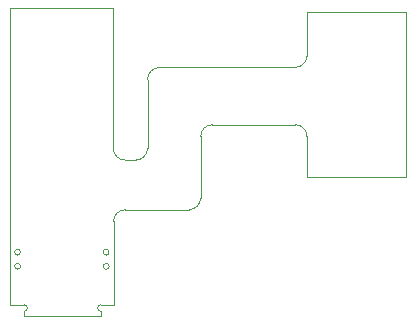
<source format=gm1>
G04 #@! TF.GenerationSoftware,KiCad,Pcbnew,9.0.1*
G04 #@! TF.CreationDate,2025-05-15T23:31:47+02:00*
G04 #@! TF.ProjectId,short flex with bend,73686f72-7420-4666-9c65-782077697468,rev?*
G04 #@! TF.SameCoordinates,Original*
G04 #@! TF.FileFunction,Profile,NP*
%FSLAX46Y46*%
G04 Gerber Fmt 4.6, Leading zero omitted, Abs format (unit mm)*
G04 Created by KiCad (PCBNEW 9.0.1) date 2025-05-15 23:31:47*
%MOMM*%
%LPD*%
G01*
G04 APERTURE LIST*
G04 #@! TA.AperFunction,Profile*
%ADD10C,0.050000*%
G04 #@! TD*
G04 APERTURE END LIST*
D10*
X142498810Y-76600000D02*
G75*
G02*
X143500000Y-75550000I1051190J0D01*
G01*
X140600000Y-83400000D02*
G75*
G02*
X139600000Y-82400000I0J1000000D01*
G01*
X142500000Y-82400000D02*
G75*
G02*
X141500000Y-83400000I-1000000J0D01*
G01*
X139625000Y-88600000D02*
G75*
G02*
X140625000Y-87600000I1000000J0D01*
G01*
X147000000Y-86600000D02*
G75*
G02*
X146000000Y-87600000I-1000000J0D01*
G01*
X156000000Y-74550000D02*
G75*
G02*
X155000000Y-75550000I-1000000J0D01*
G01*
X155000000Y-80400000D02*
G75*
G02*
X156000000Y-81400000I0J-1000000D01*
G01*
X147000000Y-81400000D02*
G75*
G02*
X148000000Y-80400000I1000000J0D01*
G01*
X147000000Y-86600000D02*
X147000000Y-81400000D01*
X148000000Y-80400000D02*
X155000000Y-80400000D01*
X156000000Y-81400000D02*
X156000000Y-84850000D01*
X156000000Y-84850000D02*
X164375000Y-84850000D01*
X147000000Y-75550000D02*
X143500000Y-75550000D01*
X142500000Y-82400000D02*
X142500000Y-76600000D01*
X140600000Y-83400000D02*
X141500000Y-83400000D01*
X140625000Y-87600000D02*
X146000000Y-87600000D01*
X139250000Y-92400000D02*
G75*
G02*
X138750000Y-92400000I-250000J0D01*
G01*
X138750000Y-92400000D02*
G75*
G02*
X139250000Y-92400000I250000J0D01*
G01*
X164375000Y-84850000D02*
X164375000Y-70850000D01*
X164375000Y-70850000D02*
X156000000Y-70850000D01*
X155000000Y-75550000D02*
X147000000Y-75550000D01*
X156000000Y-70850000D02*
X156000000Y-74550000D01*
X132062500Y-96200000D02*
X132062500Y-96600000D01*
X138562500Y-96200000D02*
X138562500Y-96600000D01*
X139600000Y-70500000D02*
X130875000Y-70500000D01*
X132062500Y-95650000D02*
G75*
G02*
X132062500Y-96200000I0J-275000D01*
G01*
X131750000Y-91200000D02*
G75*
G02*
X131250000Y-91200000I-250000J0D01*
G01*
X131250000Y-91200000D02*
G75*
G02*
X131750000Y-91200000I250000J0D01*
G01*
X132062500Y-95650000D02*
X130875000Y-95650000D01*
X138562500Y-95650000D02*
X139625000Y-95650000D01*
X138562500Y-96200000D02*
G75*
G02*
X138562500Y-95650000I0J275000D01*
G01*
X131750000Y-92400000D02*
G75*
G02*
X131250000Y-92400000I-250000J0D01*
G01*
X131250000Y-92400000D02*
G75*
G02*
X131750000Y-92400000I250000J0D01*
G01*
X139600000Y-82400000D02*
X139600000Y-70500000D01*
X138562500Y-96600000D02*
X132062500Y-96600000D01*
X139250000Y-91200000D02*
G75*
G02*
X138750000Y-91200000I-250000J0D01*
G01*
X138750000Y-91200000D02*
G75*
G02*
X139250000Y-91200000I250000J0D01*
G01*
X139625000Y-95650000D02*
X139625000Y-88600000D01*
X130875000Y-95650000D02*
X130875000Y-70500000D01*
M02*

</source>
